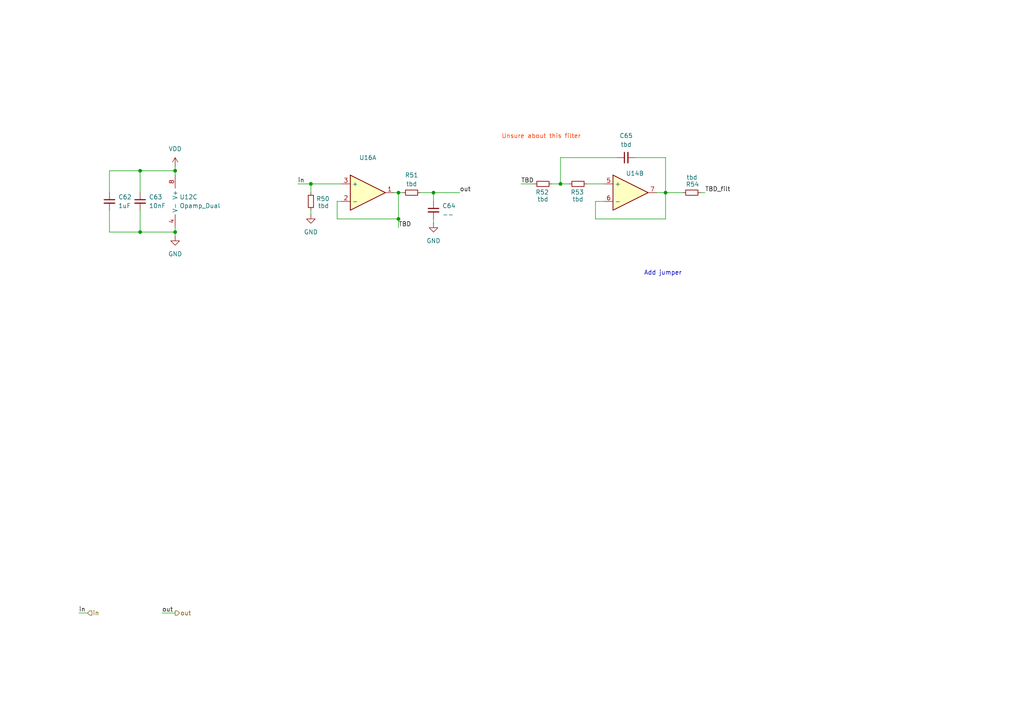
<source format=kicad_sch>
(kicad_sch (version 20231120) (generator "eeschema") (generator_version "8.0")
  (paper "A4")
  (lib_symbols
    (symbol "Device:C_Small" (pin_numbers hide) (pin_names (offset 0.254) hide)
      (property "Reference" "C" (at 0.254 1.778 0))
      (property "Value" "C_Small" (at 0.254 -2.032 0))
      (symbol "C_Small_0_1"
        (polyline (pts (xy -1.524 -0.508) (xy 1.524 -0.508)) (stroke (width 0.3302)))
        (polyline (pts (xy -1.524 0.508) (xy 1.524 0.508)) (stroke (width 0.3048)))
      )
      (symbol "C_Small_1_1"
        (pin passive line (at 0 2.54 270) (length 2.032) (name "~") (number "1"))
        (pin passive line (at 0 -2.54 90) (length 2.032) (name "~") (number "2"))
      )
    )
    (symbol "Device:Opamp_Dual"
      (property "Reference" "U" (at 0 5.08 0))
      (property "Value" "Opamp_Dual" (at 0 -5.08 0))
      (symbol "Opamp_Dual_1_1"
        (polyline (pts (xy -5.08 5.08) (xy 5.08 0) (xy -5.08 -5.08) (xy -5.08 5.08)) (stroke (width 0.254)) (fill (type background)))
        (pin output line (at 7.62 0 180) (length 2.54) (name "~") (number "1"))
        (pin input line (at -7.62 -2.54 0) (length 2.54) (name "-") (number "2"))
        (pin input line (at -7.62 2.54 0) (length 2.54) (name "+") (number "3"))
      )
      (symbol "Opamp_Dual_2_1"
        (polyline (pts (xy -5.08 5.08) (xy 5.08 0) (xy -5.08 -5.08) (xy -5.08 5.08)) (stroke (width 0.254)) (fill (type background)))
        (pin input line (at -7.62 2.54 0) (length 2.54) (name "+") (number "5"))
        (pin input line (at -7.62 -2.54 0) (length 2.54) (name "-") (number "6"))
        (pin output line (at 7.62 0 180) (length 2.54) (name "~") (number "7"))
      )
      (symbol "Opamp_Dual_3_1"
        (pin power_in line (at -2.54 -7.62 90) (length 3.81) (name "V-") (number "4"))
        (pin power_in line (at -2.54 7.62 270) (length 3.81) (name "V+") (number "8"))
      )
    )
    (symbol "Device:R_Small" (pin_numbers hide) (pin_names (offset 0.254) hide)
      (property "Reference" "R" (at 0.762 0.508 0))
      (property "Value" "R_Small" (at 0.762 -1.016 0))
      (symbol "R_Small_0_1"
        (rectangle (start -0.762 1.778) (end 0.762 -1.778) (stroke (width 0.2032)))
      )
      (symbol "R_Small_1_1"
        (pin passive line (at 0 2.54 270) (length 0.762) (name "~") (number "1"))
        (pin passive line (at 0 -2.54 90) (length 0.762) (name "~") (number "2"))
      )
    )
    (symbol "power:GND" (power) (pin_numbers hide) (pin_names (offset 0) hide)
      (property "Value" "GND" (at 0 -3.81 0))
      (symbol "GND_0_1"
        (polyline (pts (xy 0 0) (xy 0 -1.27) (xy 1.27 -1.27) (xy 0 -2.54) (xy -1.27 -1.27) (xy 0 -1.27)))
      )
      (symbol "GND_1_1"
        (pin power_in line (at 0 0 270) (length 0) (name "~") (number "1"))
      )
    )
    (symbol "power:VDD" (power) (pin_numbers hide) (pin_names (offset 0) hide)
      (property "Value" "VDD" (at 0 3.556 0))
      (symbol "VDD_0_1"
        (polyline (pts (xy -0.762 1.27) (xy 0 2.54)))
        (polyline (pts (xy 0 0) (xy 0 2.54)))
        (polyline (pts (xy 0 2.54) (xy 0.762 1.27)))
      )
      (symbol "VDD_1_1"
        (pin power_in line (at 0 0 90) (length 0) (name "~") (number "1"))
      )
    )
  )
  (junction (at 162.56 53.34))
  (junction (at 125.73 55.88))
  (junction (at 40.64 49.53))
  (junction (at 90.17 53.34))
  (junction (at 115.57 55.88))
  (junction (at 50.8 67.31))
  (junction (at 40.64 67.31))
  (junction (at 50.8 49.53))
  (junction (at 193.04 55.88))
  (junction (at 115.57 63.5))
  (wire (pts (xy 175.26 58.42) (xy 172.72 58.42)))
  (wire (pts (xy 151.13 53.34) (xy 154.94 53.34)))
  (wire (pts (xy 115.57 55.88) (xy 114.3 55.88)))
  (wire (pts (xy 172.72 63.5) (xy 193.04 63.5)))
  (wire (pts (xy 31.75 49.53) (xy 40.64 49.53)))
  (wire (pts (xy 22.86 177.8) (xy 25.4 177.8)))
  (wire (pts (xy 90.17 55.88) (xy 90.17 53.34)))
  (wire (pts (xy 160.02 53.34) (xy 162.56 53.34)))
  (wire (pts (xy 115.57 63.5) (xy 115.57 66.04)))
  (wire (pts (xy 31.75 55.88) (xy 31.75 49.53)))
  (wire (pts (xy 40.64 67.31) (xy 50.8 67.31)))
  (wire (pts (xy 40.64 60.96) (xy 40.64 67.31)))
  (wire (pts (xy 40.64 55.88) (xy 40.64 49.53)))
  (wire (pts (xy 115.57 55.88) (xy 116.84 55.88)))
  (wire (pts (xy 86.36 53.34) (xy 90.17 53.34)))
  (wire (pts (xy 162.56 45.72) (xy 162.56 53.34)))
  (wire (pts (xy 50.8 48.26) (xy 50.8 49.53)))
  (wire (pts (xy 90.17 53.34) (xy 99.06 53.34)))
  (wire (pts (xy 125.73 55.88) (xy 133.35 55.88)))
  (wire (pts (xy 179.07 45.72) (xy 162.56 45.72)))
  (wire (pts (xy 170.18 53.34) (xy 175.26 53.34)))
  (wire (pts (xy 204.47 55.88) (xy 203.2 55.88)))
  (wire (pts (xy 97.79 63.5) (xy 115.57 63.5)))
  (wire (pts (xy 46.99 177.8) (xy 50.8 177.8)))
  (wire (pts (xy 50.8 66.04) (xy 50.8 67.31)))
  (wire (pts (xy 172.72 58.42) (xy 172.72 63.5)))
  (wire (pts (xy 50.8 49.53) (xy 50.8 50.8)))
  (wire (pts (xy 97.79 58.42) (xy 97.79 63.5)))
  (wire (pts (xy 198.12 55.88) (xy 193.04 55.88)))
  (wire (pts (xy 125.73 64.77) (xy 125.73 63.5)))
  (wire (pts (xy 193.04 63.5) (xy 193.04 55.88)))
  (wire (pts (xy 31.75 60.96) (xy 31.75 67.31)))
  (wire (pts (xy 125.73 58.42) (xy 125.73 55.88)))
  (wire (pts (xy 40.64 49.53) (xy 50.8 49.53)))
  (wire (pts (xy 193.04 45.72) (xy 193.04 55.88)))
  (wire (pts (xy 90.17 62.23) (xy 90.17 60.96)))
  (wire (pts (xy 125.73 55.88) (xy 121.92 55.88)))
  (wire (pts (xy 50.8 67.31) (xy 50.8 68.58)))
  (wire (pts (xy 184.15 45.72) (xy 193.04 45.72)))
  (wire (pts (xy 162.56 53.34) (xy 165.1 53.34)))
  (wire (pts (xy 99.06 58.42) (xy 97.79 58.42)))
  (wire (pts (xy 115.57 63.5) (xy 115.57 55.88)))
  (wire (pts (xy 31.75 67.31) (xy 40.64 67.31)))
  (wire (pts (xy 190.5 55.88) (xy 193.04 55.88)))
  (text "Add jumper" (at 192.278 79.248 0) (effects (font (size 1.27 1.27))))
  (text "Unsure about this filter\n" (at 156.972 39.624 0) (effects (font (size 1.27 1.27))))
  (label "in" (at 22.86 177.8 0))
  (label "in" (at 86.36 53.34 0))
  (label "TBD" (at 151.13 53.34 0))
  (label "out" (at 46.99 177.8 0))
  (label "TBD_filt" (at 204.47 55.88 0))
  (label "TBD" (at 115.57 66.04 0))
  (label "out" (at 133.35 55.88 0))
  (hierarchical_label "in" (shape input) (at 25.4 177.8 0))
  (hierarchical_label "out" (shape output) (at 50.8 177.8 0))
  (symbol (lib_id "Device:R_Small") (at 167.64 53.34 90) (unit 1)
    (property "Reference" "R53" (at 165.481 55.753 90) (effects (justify right)))
    (property "Value" "tbd" (at 165.989 57.785 90) (effects (justify right)))
    (property "Footprint" "Resistor_SMD:R_0805_2012Metric_Pad1.20x1.40mm_HandSolder" (effects (hide yes)))
    (property "Description" "Resistor, small symbol" (effects (hide yes)))
    (instances (project "buck-boost-xp" (path "" (reference "R53") (unit 1)) (path "" (reference "R48") (unit 1)) (path "" (reference "R43") (unit 1))))
  )
  (symbol (lib_id "power:VDD") (at 50.8 48.26 0) (unit 1)
    (property "Reference" "#PWR057" (effects (hide yes)))
    (property "Value" "VDD" (at 50.8 43.18 0))
    (property "Description" "Power symbol creates a global label with name \"VDD\"" (effects (hide yes)))
    (instances (project "" (path "" (reference "#PWR057") (unit 1)) (path "" (reference "#PWR056") (unit 1)) (path "" (reference "#PWR055") (unit 1))))
  )
  (symbol (lib_id "power:GND") (at 90.17 62.23 0) (unit 1)
    (property "Reference" "#PWR037" (effects (hide yes)))
    (property "Value" "GND" (at 90.17 67.31 0))
    (property "Description" "Power symbol creates a global label with name \"GND\" , ground" (effects (hide yes)))
    (instances (project "buck-boost-xp" (path "" (reference "#PWR037") (unit 1)) (path "" (reference "#PWR033") (unit 1)) (path "" (reference "#PWR029") (unit 1))))
  )
  (symbol (lib_id "Device:Opamp_Dual") (at 182.88 55.88 0) (unit 2)
    (property "Reference" "U10" (at 184.15 50.292 0))
    (property "Value" "Opamp_Dual" (effects (hide yes)))
    (property "Description" "Dual operational amplifier" (effects (hide yes)))
    (property "Sim.Library" "${KICAD7_SYMBOL_DIR}/Simulation_SPICE.sp" (effects (hide yes)))
    (property "Sim.Name" "kicad_builtin_opamp_dual" (effects (hide yes)))
    (property "Sim.Device" "SUBCKT" (effects (hide yes)))
    (property "Sim.Pins" "1=out1 2=in1- 3=in1+ 4=vee 5=in2+ 6=in2- 7=out2 8=vcc" (effects (hide yes)))
    (instances (project "" (path "" (reference "U14") (unit 2)) (path "" (reference "U13") (unit 2)) (path "" (reference "U10") (unit 2))))
  )
  (symbol (lib_id "power:GND") (at 125.73 64.77 0) (unit 1)
    (property "Reference" "#PWR038" (effects (hide yes)))
    (property "Value" "GND" (at 125.73 69.85 0))
    (property "Description" "Power symbol creates a global label with name \"GND\" , ground" (effects (hide yes)))
    (instances (project "buck-boost-xp" (path "" (reference "#PWR038") (unit 1)) (path "" (reference "#PWR034") (unit 1)) (path "" (reference "#PWR030") (unit 1))))
  )
  (symbol (lib_id "Device:R_Small") (at 157.48 53.34 90) (unit 1)
    (property "Reference" "R52" (at 155.321 55.753 90) (effects (justify right)))
    (property "Value" "tbd" (at 155.829 57.785 90) (effects (justify right)))
    (property "Footprint" "Resistor_SMD:R_0805_2012Metric_Pad1.20x1.40mm_HandSolder" (effects (hide yes)))
    (property "Description" "Resistor, small symbol" (effects (hide yes)))
    (instances (project "buck-boost-xp" (path "" (reference "R52") (unit 1)) (path "" (reference "R47") (unit 1)) (path "" (reference "R42") (unit 1))))
  )
  (symbol (lib_id "Device:C_Small") (at 125.73 60.96 0) (unit 1)
    (property "Reference" "C64" (at 128.27 59.6962 0) (effects (justify left)))
    (property "Value" "--" (at 128.27 62.2362 0) (effects (justify left)))
    (property "Footprint" "Capacitor_SMD:C_0805_2012Metric_Pad1.18x1.45mm_HandSolder" (effects (hide yes)))
    (property "Description" "Unpolarized capacitor, small symbol" (effects (hide yes)))
    (instances (project "buck-boost-xp" (path "" (reference "C64") (unit 1)) (path "" (reference "C60") (unit 1)) (path "" (reference "C56") (unit 1))))
  )
  (symbol (lib_id "Device:C_Small") (at 31.75 58.42 0) (unit 1)
    (property "Reference" "C62" (at 34.29 57.1562 0) (effects (justify left)))
    (property "Value" "1uF" (at 34.29 59.6962 0) (effects (justify left)))
    (property "Footprint" "Capacitor_SMD:C_0805_2012Metric_Pad1.18x1.45mm_HandSolder" (effects (hide yes)))
    (property "Description" "Unpolarized capacitor, small symbol" (effects (hide yes)))
    (instances (project "buck-boost-xp" (path "" (reference "C62") (unit 1)) (path "" (reference "C58") (unit 1)) (path "" (reference "C54") (unit 1))))
  )
  (symbol (lib_id "Device:Opamp_Dual") (at 53.34 58.42 0) (unit 3)
    (property "Reference" "U10" (at 52.07 57.1499 0) (effects (justify left)))
    (property "Value" "Opamp_Dual" (at 52.07 59.6899 0) (effects (justify left)))
    (property "Description" "Dual operational amplifier" (effects (hide yes)))
    (property "Sim.Library" "${KICAD7_SYMBOL_DIR}/Simulation_SPICE.sp" (effects (hide yes)))
    (property "Sim.Name" "kicad_builtin_opamp_dual" (effects (hide yes)))
    (property "Sim.Device" "SUBCKT" (effects (hide yes)))
    (property "Sim.Pins" "1=out1 2=in1- 3=in1+ 4=vee 5=in2+ 6=in2- 7=out2 8=vcc" (effects (hide yes)))
    (instances (project "" (path "" (reference "U12") (unit 3)) (path "" (reference "U11") (unit 3)) (path "" (reference "U10") (unit 3))))
  )
  (symbol (lib_id "Device:C_Small") (at 181.61 45.72 90) (unit 1)
    (property "Reference" "C65" (at 181.6163 39.37 90))
    (property "Value" "tbd" (at 181.6163 41.91 90))
    (property "Footprint" "Capacitor_SMD:C_0805_2012Metric_Pad1.18x1.45mm_HandSolder" (effects (hide yes)))
    (property "Description" "Unpolarized capacitor, small symbol" (effects (hide yes)))
    (instances (project "buck-boost-xp" (path "" (reference "C65") (unit 1)) (path "" (reference "C61") (unit 1)) (path "" (reference "C57") (unit 1))))
  )
  (symbol (lib_id "power:GND") (at 50.8 68.58 0) (unit 1)
    (property "Reference" "#PWR036" (effects (hide yes)))
    (property "Value" "GND" (at 50.8 73.66 0))
    (property "Description" "Power symbol creates a global label with name \"GND\" , ground" (effects (hide yes)))
    (instances (project "buck-boost-xp" (path "" (reference "#PWR036") (unit 1)) (path "" (reference "#PWR032") (unit 1)) (path "" (reference "#PWR?") (unit 1))))
  )
  (symbol (lib_id "Device:C_Small") (at 40.64 58.42 0) (unit 1)
    (property "Reference" "C63" (at 43.18 57.1562 0) (effects (justify left)))
    (property "Value" "10nF" (at 43.18 59.6962 0) (effects (justify left)))
    (property "Footprint" "Capacitor_SMD:C_0805_2012Metric_Pad1.18x1.45mm_HandSolder" (effects (hide yes)))
    (property "Description" "Unpolarized capacitor, small symbol" (effects (hide yes)))
    (instances (project "buck-boost-xp" (path "" (reference "C63") (unit 1)) (path "" (reference "C59") (unit 1)) (path "" (reference "C55") (unit 1))))
  )
  (symbol (lib_id "Device:R_Small") (at 200.66 55.88 270) (unit 1)
    (property "Reference" "R54" (at 202.819 53.467 90) (effects (justify right)))
    (property "Value" "tbd" (at 202.311 51.435 90) (effects (justify right)))
    (property "Footprint" "Resistor_SMD:R_0805_2012Metric_Pad1.20x1.40mm_HandSolder" (effects (hide yes)))
    (property "Description" "Resistor, small symbol" (effects (hide yes)))
    (instances (project "buck-boost-xp" (path "" (reference "R54") (unit 1)) (path "" (reference "R49") (unit 1)) (path "" (reference "R44") (unit 1))))
  )
  (symbol (lib_id "Device:Opamp_Dual") (at 106.68 55.88 0) (unit 1)
    (property "Reference" "U13" (at 106.68 45.72 0))
    (property "Value" "Opamp_Dual" (effects (hide yes)))
    (property "Description" "Dual operational amplifier" (effects (hide yes)))
    (property "Sim.Library" "${KICAD7_SYMBOL_DIR}/Simulation_SPICE.sp" (effects (hide yes)))
    (property "Sim.Name" "kicad_builtin_opamp_dual" (effects (hide yes)))
    (property "Sim.Device" "SUBCKT" (effects (hide yes)))
    (property "Sim.Pins" "1=out1 2=in1- 3=in1+ 4=vee 5=in2+ 6=in2- 7=out2 8=vcc" (effects (hide yes)))
    (instances (project "" (path "" (reference "U16") (unit 1)) (path "" (reference "U15") (unit 1)) (path "" (reference "U13") (unit 1))))
  )
  (symbol (lib_id "Device:R_Small") (at 119.38 55.88 90) (unit 1)
    (property "Reference" "R51" (at 119.38 50.8 90))
    (property "Value" "tbd" (at 119.38 53.34 90))
    (property "Footprint" "Resistor_SMD:R_0805_2012Metric_Pad1.20x1.40mm_HandSolder" (effects (hide yes)))
    (property "Description" "Resistor, small symbol" (effects (hide yes)))
    (instances (project "buck-boost-xp" (path "" (reference "R51") (unit 1)) (path "" (reference "R46") (unit 1)) (path "" (reference "R40") (unit 1))))
  )
  (symbol (lib_id "Device:R_Small") (at 90.17 58.42 180) (unit 1)
    (property "Reference" "R50" (at 91.694 57.658 0) (effects (justify right)))
    (property "Value" "tbd" (at 92.202 59.69 0) (effects (justify right)))
    (property "Footprint" "Resistor_SMD:R_0805_2012Metric_Pad1.20x1.40mm_HandSolder" (effects (hide yes)))
    (property "Description" "Resistor, small symbol" (effects (hide yes)))
    (instances (project "buck-boost-xp" (path "" (reference "R50") (unit 1)) (path "" (reference "R45") (unit 1)) (path "" (reference "R41") (unit 1))))
  )
)
</source>
